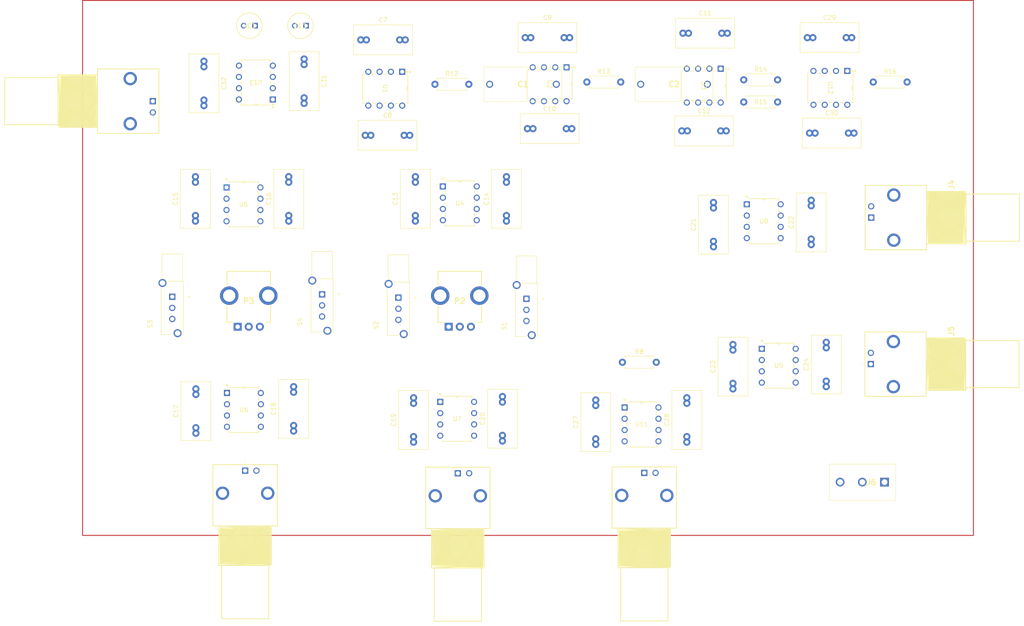
<source format=kicad_pcb>
(kicad_pcb (version 20241229) (generator "pcbnew") (generator_version "9.0")
  (layers (0 "F.Cu" signal) (2 "B.Cu" signal) (13 "F.Paste" user) (15 "B.Paste" user) (5 "F.SilkS" user "F.Silkscreen") (7 "B.SilkS" user "B.Silkscreen") (1 "F.Mask" user) (3 "B.Mask" user) (25 "Edge.Cuts" user))
  (net 0 "")
  (net 1 "Sum")
  (net 2 "V")
  (net 3 "x")
  (net 4 "Net-(U2-IN-)")
  (net 5 "GND")
  (net 6 "-15V")
  (net 7 "+15V")
  (net 10 "Net-(J2-SIGNAL)")
  (net 13 "Net-(J3-SIGNAL)")
  (net 16 "Net-(J4-SIGNAL)")
  (net 19 "Net-(J5-SIGNAL)")
  (net 22 "Net-(J7-SIGNAL)")
  (net 23 "Net-(P2-WIPER)")
  (net 24 "Net-(P2-CW)")
  (net 25 "Net-(P3-WIPER)")
  (net 26 "Net-(P3-CW)")
  (net 27 "VR4")
  (net 29 "Net-(J8-SIGNAL)")
  (net 31 "Net-(U3-IN-)")
  (net 32 "-x")
  (net 33 "Net-(U12-IN-)")
  (net 34 "Net-(U12-OUTPUT)")
  (net 35 "Net-(S1-Pad2)")
  (net 36 "Net-(S3-Pad1)")
  (net 37 "-V")
  (net 48 "Net-(U4-IN-)")
  (net 53 "Net-(U5-IN-)")
  (footprint "Resistor_THT:R_Axial_DIN0207_L6.3mm_D2.5mm_P7.62mm_Horizontal" (layer "F.Cu") (at 189.81 49.38)
    (property "Reference" "R15" (at 3.81 0 0) (layer "F.SilkS"))
    (property "Value" "10k")
    (pad "1" thru_hole circle (at 0 0) (size 1.6 1.6) (drill 0.8) (layers "*.Cu" "*.Mask") (net 33 "Net-(U12-IN-)"))
    (pad "2" thru_hole oval (at 7.62 0) (size 1.6 1.6) (drill 0.8) (layers "*.Cu" "*.Mask") (net 2 "V"))
  )
  (footprint "Capacitor_THT:C_Rect_L13.0mm_W6.5mm_P7.50mm_P10.00mm" (layer "F.Cu") (at 176.12 33.88)
    (property "Reference" "C11" (at 5 -4.5 0) (layer "F.SilkS"))
    (property "Value" "0.1uF")
    (pad "1" thru_hole circle (at 0 0) (size 1.6 1.6) (drill 0.8) (layers "*.Cu" "*.Mask") (net 6 "-15V"))
    (pad "1" thru_hole circle (at 1.25 0) (size 1.6 1.6) (drill 0.8) (layers "*.Cu" "*.Mask") (net 6 "-15V"))
    (pad "2" thru_hole circle (at 8.75 0) (size 1.6 1.6) (drill 0.8) (layers "*.Cu" "*.Mask") (net 5 "GND"))
    (pad "2" thru_hole circle (at 10 0) (size 1.6 1.6) (drill 0.8) (layers "*.Cu" "*.Mask") (net 5 "GND"))
  )
  (footprint "Capacitor_THT:C_Rect_L13.0mm_W6.5mm_P7.50mm_P10.00mm" (layer "F.Cu") (at 205 81.5 90)
    (property "Reference" "C22" (at 5 -4.5 90) (layer "F.SilkS"))
    (property "Value" "0.1uF")
    (pad "1" thru_hole circle (at 0 0 90) (size 1.6 1.6) (drill 0.8) (layers "*.Cu" "*.Mask") (net 5 "GND"))
    (pad "1" thru_hole circle (at 1.25 0 90) (size 1.6 1.6) (drill 0.8) (layers "*.Cu" "*.Mask") (net 5 "GND"))
    (pad "2" thru_hole circle (at 8.75 0 90) (size 1.6 1.6) (drill 0.8) (layers "*.Cu" "*.Mask") (net 7 "+15V"))
    (pad "2" thru_hole circle (at 10 0 90) (size 1.6 1.6) (drill 0.8) (layers "*.Cu" "*.Mask") (net 7 "+15V"))
  )
  (footprint "Capacitor_THT:C_Rect_L13.0mm_W6.5mm_P7.50mm_P10.00mm" (layer "F.Cu") (at 177 126 90)
    (property "Reference" "C28" (at 5 -4.5 90) (layer "F.SilkS"))
    (property "Value" "0.1uF")
    (pad "1" thru_hole circle (at 0 0 90) (size 1.6 1.6) (drill 0.8) (layers "*.Cu" "*.Mask") (net 5 "GND"))
    (pad "1" thru_hole circle (at 1.25 0 90) (size 1.6 1.6) (drill 0.8) (layers "*.Cu" "*.Mask") (net 5 "GND"))
    (pad "2" thru_hole circle (at 8.75 0 90) (size 1.6 1.6) (drill 0.8) (layers "*.Cu" "*.Mask") (net 7 "+15V"))
    (pad "2" thru_hole circle (at 10 0 90) (size 1.6 1.6) (drill 0.8) (layers "*.Cu" "*.Mask") (net 7 "+15V"))
  )
  (footprint "ECW-FD2W105J:ECWFD2W105J" (layer "F.Cu") (at 132.62 45.38)
    (property "Reference" "C1" (at 7.5 0 0) (layer "F.SilkS") (effects (font (size 1.27 1.27) (thickness 0.254))))
    (property "Value" "1uF" (hide yes))
    (pad "1" thru_hole circle (at 0 0) (size 1.575 1.575) (drill 1.05) (layers "*.Cu" "*.Mask") (net 1 "Sum"))
    (pad "2" thru_hole circle (at 15 0) (size 1.575 1.575) (drill 1.05) (layers "*.Cu" "*.Mask") (net 2 "V"))
  )
  (footprint "Capacitor_THT:C_Rect_L13.0mm_W6.5mm_P7.50mm_P10.00mm" (layer "F.Cu") (at 141.12 55.38)
    (property "Reference" "C10" (at 5 -4.5 0) (layer "F.SilkS"))
    (property "Value" "0.1uF")
    (pad "1" thru_hole circle (at 0 0) (size 1.6 1.6) (drill 0.8) (layers "*.Cu" "*.Mask") (net 5 "GND"))
    (pad "1" thru_hole circle (at 1.25 0) (size 1.6 1.6) (drill 0.8) (layers "*.Cu" "*.Mask") (net 5 "GND"))
    (pad "2" thru_hole circle (at 8.75 0) (size 1.6 1.6) (drill 0.8) (layers "*.Cu" "*.Mask") (net 7 "+15V"))
    (pad "2" thru_hole circle (at 10 0) (size 1.6 1.6) (drill 0.8) (layers "*.Cu" "*.Mask") (net 7 "+15V"))
  )
  (footprint "OPA134:P8" (layer "F.Cu") (at 76.19 41.19 180)
    (property "Reference" "U13" (at -3.81 -3.81 180) (layer "F.SilkS"))
    (property "Value" "OPA134PA")
    (fp_text user "*" (at -7.62 -9.0678 180) (layer "F.SilkS"))
    (fp_text user "*" (at -7.62 -9.0678 0) (layer "F.SilkS"))
    (pad "1" thru_hole rect (at -7.62 -7.62 180) (size 1.3716 1.3716) (drill 0.8636) (layers "*.Cu" "*.Mask"))
    (pad "2" thru_hole circle (at -7.62 -5.08 180) (size 1.3716 1.3716) (drill 0.8636) (layers "*.Cu" "*.Mask") (net 1 "Sum"))
    (pad "3" thru_hole circle (at -7.62 -2.54 180) (size 1.3716 1.3716) (drill 0.8636) (layers "*.Cu" "*.Mask") (net 29 "Net-(J8-SIGNAL)"))
    (pad "4" thru_hole circle (at -7.62 0 180) (size 1.3716 1.3716) (drill 0.8636) (layers "*.Cu" "*.Mask") (net 6 "-15V"))
    (pad "5" thru_hole circle (at 0 0 180) (size 1.3716 1.3716) (drill 0.8636) (layers "*.Cu" "*.Mask"))
    (pad "6" thru_hole circle (at 0 -2.54 180) (size 1.3716 1.3716) (drill 0.8636) (layers "*.Cu" "*.Mask") (net 1 "Sum"))
    (pad "7" thru_hole circle (at 0 -5.08 180) (size 1.3716 1.3716) (drill 0.8636) (layers "*.Cu" "*.Mask") (net 7 "+15V"))
    (pad "8" thru_hole circle (at 0 -7.62 180) (size 1.3716 1.3716) (drill 0.8636) (layers "*.Cu" "*.Mask"))
  )
  (footprint "OPA134:P8" (layer "F.Cu") (at 129.71 76.01)
    (property "Reference" "U4" (at -3.81 -3.81 0) (layer "F.SilkS"))
    (property "Value" "OPA134PA")
    (fp_text user "*" (at -7.62 -9.0678 0) (layer "F.SilkS"))
    (fp_text user "*" (at -7.62 -9.0678 0) (layer "F.SilkS"))
    (pad "1" thru_hole rect (at -7.62 -7.62) (size 1.3716 1.3716) (drill 0.8636) (layers "*.Cu" "*.Mask"))
    (pad "2" thru_hole circle (at -7.62 -5.08) (size 1.3716 1.3716) (drill 0.8636) (layers "*.Cu" "*.Mask") (net 48 "Net-(U4-IN-)"))
    (pad "3" thru_hole circle (at -7.62 -2.54) (size 1.3716 1.3716) (drill 0.8636) (layers "*.Cu" "*.Mask") (net 23 "Net-(P2-WIPER)"))
    (pad "4" thru_hole circle (at -7.62 0) (size 1.3716 1.3716) (drill 0.8636) (layers "*.Cu" "*.Mask") (net 6 "-15V"))
    (pad "5" thru_hole circle (at 0 0) (size 1.3716 1.3716) (drill 0.8636) (layers "*.Cu" "*.Mask"))
    (pad "6" thru_hole circle (at 0 -2.54) (size 1.3716 1.3716) (drill 0.8636) (layers "*.Cu" "*.Mask") (net 48 "Net-(U4-IN-)"))
    (pad "7" thru_hole circle (at 0 -5.08) (size 1.3716 1.3716) (drill 0.8636) (layers "*.Cu" "*.Mask") (net 7 "+15V"))
    (pad "8" thru_hole circle (at 0 -7.62) (size 1.3716 1.3716) (drill 0.8636) (layers "*.Cu" "*.Mask"))
  )
  (footprint "Capacitor_THT:C_Rect_L13.0mm_W6.5mm_P7.50mm_P10.00mm" (layer "F.Cu") (at 104.62 56.88)
    (property "Reference" "C8" (at 5 -4.5 0) (layer "F.SilkS"))
    (property "Value" "0.1uF")
    (pad "1" thru_hole circle (at 0 0) (size 1.6 1.6) (drill 0.8) (layers "*.Cu" "*.Mask") (net 5 "GND"))
    (pad "1" thru_hole circle (at 1.25 0) (size 1.6 1.6) (drill 0.8) (layers "*.Cu" "*.Mask") (net 5 "GND"))
    (pad "2" thru_hole circle (at 8.75 0) (size 1.6 1.6) (drill 0.8) (layers "*.Cu" "*.Mask") (net 7 "+15V"))
    (pad "2" thru_hole circle (at 10 0) (size 1.6 1.6) (drill 0.8) (layers "*.Cu" "*.Mask") (net 7 "+15V"))
  )
  (footprint "Capacitor_THT:C_Rect_L13.0mm_W6.5mm_P7.50mm_P10.00mm" (layer "F.Cu") (at 66.4 76.2 90)
    (property "Reference" "C15" (at 5 -4.5 90) (layer "F.SilkS"))
    (property "Value" "0.1uF")
    (pad "1" thru_hole circle (at 0 0 90) (size 1.6 1.6) (drill 0.8) (layers "*.Cu" "*.Mask") (net 6 "-15V"))
    (pad "1" thru_hole circle (at 1.25 0 90) (size 1.6 1.6) (drill 0.8) (layers "*.Cu" "*.Mask") (net 6 "-15V"))
    (pad "2" thru_hole circle (at 8.75 0 90) (size 1.6 1.6) (drill 0.8) (layers "*.Cu" "*.Mask") (net 5 "GND"))
    (pad "2" thru_hole circle (at 10 0 90) (size 1.6 1.6) (drill 0.8) (layers "*.Cu" "*.Mask") (net 5 "GND"))
  )
  (footprint "Capacitor_THT:C_Rect_L13.0mm_W6.5mm_P7.50mm_P10.00mm" (layer "F.Cu") (at 115.5 126 90)
    (property "Reference" "C19" (at 5 -4.5 90) (layer "F.SilkS"))
    (property "Value" "0.1uF")
    (pad "1" thru_hole circle (at 0 0 90) (size 1.6 1.6) (drill 0.8) (layers "*.Cu" "*.Mask") (net 6 "-15V"))
    (pad "1" thru_hole circle (at 1.25 0 90) (size 1.6 1.6) (drill 0.8) (layers "*.Cu" "*.Mask") (net 6 "-15V"))
    (pad "2" thru_hole circle (at 8.75 0 90) (size 1.6 1.6) (drill 0.8) (layers "*.Cu" "*.Mask") (net 5 "GND"))
    (pad "2" thru_hole circle (at 10 0 90) (size 1.6 1.6) (drill 0.8) (layers "*.Cu" "*.Mask") (net 5 "GND"))
  )
  (footprint "031-71052:03171052" (layer "F.Cu") (at 167.42 132.92 180)
    (property "Reference" "J7" (at 0 -16 0) (layer "F.SilkS") (effects (font (size 1.27 1.27) (thickness 0.254))))
    (property "Value" "031-71052" (hide yes))
    (pad "1" thru_hole rect (at 0 0 180) (size 1.4 1.4) (drill 0.9) (layers "*.Cu" "*.Mask") (net 22 "Net-(J7-SIGNAL)"))
    (pad "2" thru_hole circle (at -2.54 0 180) (size 1.4 1.4) (drill 0.9) (layers "*.Cu" "*.Mask") (net 5 "GND"))
    (pad "MH1" thru_hole circle (at 5.08 -5.08 180) (size 3 3) (drill 2) (layers "*.Cu" "*.Mask"))
    (pad "MH2" thru_hole circle (at -5.08 -5.08 180) (size 3 3) (drill 2) (layers "*.Cu" "*.Mask"))
  )
  (footprint "Capacitor_THT:C_Rect_L13.0mm_W6.5mm_P7.50mm_P10.00mm" (layer "F.Cu") (at 135.5 125.73 90)
    (property "Reference" "C20" (at 5 -4.5 90) (layer "F.SilkS"))
    (property "Value" "0.1uF")
    (pad "1" thru_hole circle (at 0 0 90) (size 1.6 1.6) (drill 0.8) (layers "*.Cu" "*.Mask") (net 5 "GND"))
    (pad "1" thru_hole circle (at 1.25 0 90) (size 1.6 1.6) (drill 0.8) (layers "*.Cu" "*.Mask") (net 5 "GND"))
    (pad "2" thru_hole circle (at 8.75 0 90) (size 1.6 1.6) (drill 0.8) (layers "*.Cu" "*.Mask") (net 7 "+15V"))
    (pad "2" thru_hole circle (at 10 0 90) (size 1.6 1.6) (drill 0.8) (layers "*.Cu" "*.Mask") (net 7 "+15V"))
  )
  (footprint "Capacitor_THT:C_Rect_L13.0mm_W6.5mm_P7.50mm_P10.00mm" (layer "F.Cu") (at 90.86 39.69 -90)
    (property "Reference" "C31" (at 5 -4.5 90) (layer "F.SilkS"))
    (property "Value" "0.1uF")
    (pad "1" thru_hole circle (at 0 0 270) (size 1.6 1.6) (drill 0.8) (layers "*.Cu" "*.Mask") (net 6 "-15V"))
    (pad "1" thru_hole circle (at 1.25 0 270) (size 1.6 1.6) (drill 0.8) (layers "*.Cu" "*.Mask") (net 6 "-15V"))
    (pad "2" thru_hole circle (at 8.75 0 270) (size 1.6 1.6) (drill 0.8) (layers "*.Cu" "*.Mask") (net 5 "GND"))
    (pad "2" thru_hole circle (at 10 0 270) (size 1.6 1.6) (drill 0.8) (layers "*.Cu" "*.Mask") (net 5 "GND"))
  )
  (footprint "Capacitor_THT:C_Rect_L13.0mm_W6.5mm_P7.50mm_P10.00mm" (layer "F.Cu") (at 136.4 76.2 90)
    (property "Reference" "C14" (at 5 -4.5 90) (layer "F.SilkS"))
    (property "Value" "0.1uF")
    (pad "1" thru_hole circle (at 0 0 90) (size 1.6 1.6) (drill 0.8) (layers "*.Cu" "*.Mask") (net 5 "GND"))
    (pad "1" thru_hole circle (at 1.25 0 90) (size 1.6 1.6) (drill 0.8) (layers "*.Cu" "*.Mask") (net 5 "GND"))
    (pad "2" thru_hole circle (at 8.75 0 90) (size 1.6 1.6) (drill 0.8) (layers "*.Cu" "*.Mask") (net 7 "+15V"))
    (pad "2" thru_hole circle (at 10 0 90) (size 1.6 1.6) (drill 0.8) (layers "*.Cu" "*.Mask") (net 7 "+15V"))
  )
  (footprint "OPA134:P8" (layer "F.Cu") (at 205.5 50 -90)
    (property "Reference" "U12" (at -3.81 -3.81 270) (layer "F.SilkS"))
    (property "Value" "OPA134PA")
    (fp_text user "*" (at -7.62 -9.0678 270) (layer "F.SilkS"))
    (fp_text user "*" (at -7.62 -9.0678 90) (layer "F.SilkS"))
    (pad "1" thru_hole rect (at -7.62 -7.62 270) (size 1.3716 1.3716) (drill 0.8636) (layers "*.Cu" "*.Mask"))
    (pad "2" thru_hole circle (at -7.62 -5.08 270) (size 1.3716 1.3716) (drill 0.8636) (layers "*.Cu" "*.Mask") (net 33 "Net-(U12-IN-)"))
    (pad "3" thru_hole circle (at -7.62 -2.54 270) (size 1.3716 1.3716) (drill 0.8636) (layers "*.Cu" "*.Mask") (net 5 "GND"))
    (pad "4" thru_hole circle (at -7.62 0 270) (size 1.3716 1.3716) (drill 0.8636) (layers "*.Cu" "*.Mask") (net 6 "-15V"))
    (pad "5" thru_hole circle (at 0 0 270) (size 1.3716 1.3716) (drill 0.8636) (layers "*.Cu" "*.Mask"))
    (pad "6" thru_hole circle (at 0 -2.54 270) (size 1.3716 1.3716) (drill 0.8636) (layers "*.Cu" "*.Mask") (net 34 "Net-(U12-OUTPUT)"))
    (pad "7" thru_hole circle (at 0 -5.08 270) (size 1.3716 1.3716) (drill 0.8636) (layers "*.Cu" "*.Mask") (net 7 "+15V"))
    (pad "8" thru_hole circle (at 0 -7.62 270) (size 1.3716 1.3716) (drill 0.8636) (layers "*.Cu" "*.Mask"))
  )
  (footprint "OPA134:P8" (layer "F.Cu") (at 81.12 122.54)
    (property "Reference" "U6" (at -3.81 -3.81 0) (layer "F.SilkS"))
    (property "Value" "OPA134PA")
    (fp_text user "*" (at -7.62 -9.0678 0) (layer "F.SilkS"))
    (fp_text user "*" (at -7.62 -9.0678 0) (layer "F.SilkS"))
    (pad "1" thru_hole rect (at -7.62 -7.62) (size 1.3716 1.3716) (drill 0.8636) (layers "*.Cu" "*.Mask"))
    (pad "2" thru_hole circle (at -7.62 -5.08) (size 1.3716 1.3716) (drill 0.8636) (layers "*.Cu" "*.Mask") (net 10 "Net-(J2-SIGNAL)"))
    (pad "3" thru_hole circle (at -7.62 -2.54) (size 1.3716 1.3716) (drill 0.8636) (layers "*.Cu" "*.Mask") (net 2 "V"))
    (pad "4" thru_hole circle (at -7.62 0) (size 1.3716 1.3716) (drill 0.8636) (layers "*.Cu" "*.Mask") (net 6 "-15V"))
    (pad "5" thru_hole circle (at 0 0) (size 1.3716 1.3716) (drill 0.8636) (layers "*.Cu" "*.Mask"))
    (pad "6" thru_hole circle (at 0 -2.54) (size 1.3716 1.3716) (drill 0.8636) (layers "*.Cu" "*.Mask") (net 10 "Net-(J2-SIGNAL)"))
    (pad "7" thru_hole circle (at 0 -5.08) (size 1.3716 1.3716) (drill 0.8636) (layers "*.Cu" "*.Mask") (net 7 "+15V"))
    (pad "8" thru_hole circle (at 0 -7.62) (size 1.3716 1.3716) (drill 0.8636) (layers "*.Cu" "*.Mask"))
  )
  (footprint "LIB_RK09D113F25C0B504:RK09D113F25C0B504" (layer "F.Cu") (at 123.4 100)
    (property "Reference" "P2" (at 2.5 -5.8 0) (layer "F.SilkS") (effects (font (size 1.27 1.27) (thickness 0.254))))
    (property "Value" "RK09D113F25C0B504" (hide yes))
    (pad "1" thru_hole rect (at 0 0) (size 1.8 1.8) (drill 1) (layers "*.Cu" "*.Mask") (net 5 "GND"))
    (pad "2" thru_hole circle (at 2.5 0) (size 1.8 1.8) (drill 1) (layers "*.Cu" "*.Mask") (net 23 "Net-(P2-WIPER)"))
    (pad "3" thru_hole circle (at 5 0) (size 1.8 1.8) (drill 1) (layers "*.Cu" "*.Mask") (net 24 "Net-(P2-CW)"))
    (pad "MH1" thru_hole circle (at -1.9 -7) (size 4.155 4.155) (drill 2.77) (layers "*.Cu" "*.Mask") (net 5 "GND"))
    (pad "MH2" thru_hole circle (at 6.9 -7) (size 4.155 4.155) (drill 2.77) (layers "*.Cu" "*.Mask") (net 5 "GND"))
  )
  (footprint "OPA134:P8" (layer "F.Cu") (at 201.5 112.58)
    (property "Reference" "U9" (at -3.81 -3.81 0) (layer "F.SilkS"))
    (property "Value" "OPA134PA")
    (fp_text user "*" (at -7.62 -9.0678 0) (layer "F.SilkS"))
    (fp_text user "*" (at -7.62 -9.0678 0) (layer "F.SilkS"))
    (pad "1" thru_hole rect (at -7.62 -7.62) (size 1.3716 1.3716) (drill 0.8636) (layers "*.Cu" "*.Mask"))
    (pad "2" thru_hole circle (at -7.62 -5.08) (size 1.3716 1.3716) (drill 0.8636) (layers "*.Cu" "*.Mask") (net 19 "Net-(J5-SIGNAL)"))
    (pad "3" thru_hole circle (at -7.62 -2.54) (size 1.3716 1.3716) (drill 0.8636) (layers "*.Cu" "*.Mask") (net 3 "x"))
    (pad "4" thru_hole circle (at -7.62 0) (size 1.3716 1.3716) (drill 0.8636) (layers "*.Cu" "*.Mask") (net 6 "-15V"))
    (pad "5" thru_hole circle (at 0 0) (size 1.3716 1.3716) (drill 0.8636) (layers "*.Cu" "*.Mask"))
    (pad "6" thru_hole circle (at 0 -2.54) (size 1.3716 1.3716) (drill 0.8636) (layers "*.Cu" "*.Mask") (net 19 "Net-(J5-SIGNAL)"))
    (pad "7" thru_hole circle (at 0 -5.08) (size 1.3716 1.3716) (drill 0.8636) (layers "*.Cu" "*.Mask") (net 7 "+15V"))
    (pad "8" thru_hole circle (at 0 -7.62) (size 1.3716 1.3716) (drill 0.8636) (layers "*.Cu" "*.Mask"))
  )
  (footprint "OPA134:P8" (layer "F.Cu") (at 177 49.5 -90)
    (property "Reference" "U3" (at -3.81 -3.81 270) (layer "F.SilkS"))
    (property "Value" "OPA134PA")
    (fp_text user "*" (at -7.62 -9.0678 270) (layer "F.SilkS"))
    (fp_text user "*" (at -7.62 -9.0678 90) (layer "F.SilkS"))
    (pad "1" thru_hole rect (at -7.62 -7.62 270) (size 1.3716 1.3716) (drill 0.8636) (layers "*.Cu" "*.Mask"))
    (pad "2" thru_hole circle (at -7.62 -5.08 270) (size 1.3716 1.3716) (drill 0.8636) (layers "*.Cu" "*.Mask") (net 31 "Net-(U3-IN-)"))
    (pad "3" thru_hole circle (at -7.62 -2.54 270) (size 1.3716 1.3716) (drill 0.8636) (layers "*.Cu" "*.Mask") (net 5 "GND"))
    (pad "4" thru_hole circle (at -7.62 0 270) (size 1.3716 1.3716) (drill 0.8636) (layers "*.Cu" "*.Mask") (net 6 "-15V"))
    (pad "5" thru_hole circle (at 0 0 270) (size 1.3716 1.3716) (drill 0.8636) (layers "*.Cu" "*.Mask"))
    (pad "6" thru_hole circle (at 0 -2.54 270) (size 1.3716 1.3716) (drill 0.8636) (layers "*.Cu" "*.Mask") (net 32 "-x"))
    (pad "7" thru_hole circle (at 0 -5.08 270) (size 1.3716 1.3716) (drill 0.8636) (layers "*.Cu" "*.Mask") (net 7 "+15V"))
    (pad "8" thru_hole circle (at 0 -7.62 270) (size 1.3716 1.3716) (drill 0.8636) (layers "*.Cu" "*.Mask"))
  )
  (footprint "Resistor_THT:R_Axial_DIN0207_L6.3mm_D2.5mm_P7.62mm_Horizontal" (layer "F.Cu") (at 154.5 44.88)
    (property "Reference" "R13" (at 3.81 -2.37 0) (layer "F.SilkS"))
    (property "Value" "10k")
    (pad "1" thru_hole circle (at 0 0) (size 1.6 1.6) (drill 0.8) (layers "*.Cu" "*.Mask") (net 31 "Net-(U3-IN-)"))
    (pad "2" thru_hole oval (at 7.62 0) (size 1.6 1.6) (drill 0.8) (layers "*.Cu" "*.Mask") (net 3 "x"))
  )
  (footprint "OPA134:P8" (layer "F.Cu") (at 198.12 80.04)
    (property "Reference" "U8" (at -3.81 -3.81 0) (layer "F.SilkS"))
    (property "Value" "OPA134PA")
    (fp_text user "*" (at -7.62 -9.0678 0) (layer "F.SilkS"))
    (fp_text user "*" (at -7.62 -9.0678 0) (layer "F.SilkS"))
    (pad "1" thru_hole rect (at -7.62 -7.62) (size 1.3716 1.3716) (drill 0.8636) (layers "*.Cu" "*.Mask"))
    (pad "2" thru_hole circle (at -7.62 -5.08) (size 1.3716 1.3716) (drill 0.8636) (layers "*.Cu" "*.Mask") (net 16 "Net-(J4-SIGNAL)"))
    (pad "3" thru_hole circle (at -7.62 -2.54) (size 1.3716 1.3716) (drill 0.8636) (layers "*.Cu" "*.Mask") (net 2 "V"))
    (pad "4" thru_hole circle (at -7.62 0) (size 1.3716 1.3716) (drill 0.8636) (layers "*.Cu" "*.Mask") (net 6 "-15V"))
    (pad "5" thru_hole circle (at 0 0) (size 1.3716 1.3716) (drill 0.8636) (layers "*.Cu" "*.Mask"))
    (pad "6" thru_hole circle (at 0 -2.54) (size 1.3716 1.3716) (drill 0.8636) (layers "*.Cu" "*.Mask") (net 16 "Net-(J4-SIGNAL)"))
    (pad "7" thru_hole circle (at 0 -5.08) (size 1.3716 1.3716) (drill 0.8636) (layers "*.Cu" "*.Mask") (net 7 "+15V"))
    (pad "8" thru_hole circle (at 0 -7.62) (size 1.3716 1.3716) (drill 0.8636) (layers "*.Cu" "*.Mask"))
  )
  (footprint "Capacitor_THT:C_Rect_L13.0mm_W6.5mm_P7.50mm_P10.00mm" (layer "F.Cu") (at 115.9 76.2 90)
    (property "Reference" "C13" (at 5 -4.5 90) (layer "F.SilkS"))
    (property "Value" "0.1uF")
    (pad "1" thru_hole circle (at 0 0 90) (size 1.6 1.6) (drill 0.8) (layers "*.Cu" "*.Mask") (net 6 "-15V"))
    (pad "1" thru_hole circle (at 1.25 0 90) (size 1.6 1.6) (drill 0.8) (layers "*.Cu" "*.Mask") (net 6 "-15V"))
    (pad "2" thru_hole circle (at 8.75 0 90) (size 1.6 1.6) (drill 0.8) (layers "*.Cu" "*.Mask") (net 5 "GND"))
    (pad "2" thru_hole circle (at 10 0 90) (size 1.6 1.6) (drill 0.8) (layers "*.Cu" "*.Mask") (net 5 "GND"))
  )
  (footprint "199D106X9016C1V1:CAP_199D-C1_VSS" (layer "F.Cu") (at 90.04 32.19 180)
    (property "Reference" "C33" (at 0 0 180) (layer "F.SilkS"))
    (property "Value" "CAP_199D-C1_VSS")
    (pad "1" thru_hole rect (at -1.27 0 180) (size 1.27 1.27) (drill 0.762) (layers "*.Cu" "*.Mask") (net 5 "GND"))
    (pad "2" thru_hole circle (at 1.27 0 180) (size 1.27 1.27) (drill 0.762) (layers "*.Cu" "*.Mask") (net 7 "+15V"))
  )
  (footprint "Capacitor_THT:C_Rect_L13.0mm_W6.5mm_P7.50mm_P10.00mm" (layer "F.Cu") (at 187.38 114 90)
    (property "Reference" "C23" (at 5 -4.5 90) (layer "F.SilkS"))
    (property "Value" "0.1uF")
    (pad "1" thru_hole circle (at 0 0 90) (size 1.6 1.6) (drill 0.8) (layers "*.Cu" "*.Mask") (net 6 "-15V"))
    (pad "1" thru_hole circle (at 1.25 0 90) (size 1.6 1.6) (drill 0.8) (layers "*.Cu" "*.Mask") (net 6 "-15V"))
    (pad "2" thru_hole circle (at 8.75 0 90) (size 1.6 1.6) (drill 0.8) (layers "*.Cu" "*.Mask") (net 5 "GND"))
    (pad "2" thru_hole circle (at 10 0 90) (size 1.6 1.6) (drill 0.8) (layers "*.Cu" "*.Mask") (net 5 "GND"))
  )
  (footprint "Capacitor_THT:C_Rect_L13.0mm_W6.5mm_P7.50mm_P10.00mm" (layer "F.Cu") (at 204.12 34.88)
    (property "Reference" "C29" (at 5 -4.5 0) (layer "F.SilkS"))
    (property "Value" "0.1uF")
    (pad "1" thru_hole circle (at 0 0) (size 1.6 1.6) (drill 0.8) (layers "*.Cu" "*.Mask") (net 6 "-15V"))
    (pad "1" thru_hole circle (at 1.25 0) (size 1.6 1.6) (drill 0.8) (layers "*.Cu" "*.Mask") (net 6 "-15V"))
    (pad "2" thru_hole circle (at 8.75 0) (size 1.6 1.6) (drill 0.8) (layers "*.Cu" "*.Mask") (net 5 "GND"))
    (pad "2" thru_hole circle (at 10 0) (size 1.6 1.6) (drill 0.8) (layers "*.Cu" "*.Mask") (net 5 "GND"))
  )
  (footprint "OPA134:P8" (layer "F.Cu") (at 105.31 50.19 -90)
    (property "Reference" "U1" (at -3.81 -3.81 270) (layer "F.SilkS"))
    (property "Value" "OPA134PA")
    (fp_text user "*" (at -7.62 -9.0678 270) (layer "F.SilkS"))
    (fp_text user "*" (at -7.62 -9.0678 90) (layer "F.SilkS"))
    (pad "1" thru_hole rect (at -7.62 -7.62 270) (size 1.3716 1.3716) (drill 0.8636) (layers "*.Cu" "*.Mask"))
    (pad "2" thru_hole circle (at -7.62 -5.08 270) (size 1.3716 1.3716) (drill 0.8636) (layers "*.Cu" "*.Mask") (net 1 "Sum"))
    (pad "3" thru_hole circle (at -7.62 -2.54 270) (size 1.3716 1.3716) (drill 0.8636) (layers "*.Cu" "*.Mask") (net 5 "GND"))
    (pad "4" thru_hole circle (at -7.62 0 270) (size 1.3716 1.3716) (drill 0.8636) (layers "*.Cu" "*.Mask") (net 6 "-15V"))
    (pad "5" thru_hole circle (at 0 0 270) (size 1.3716 1.3716) (drill 0.8636) (layers "*.Cu" "*.Mask"))
    (pad "6" thru_hole circle (at 0 -2.54 270) (size 1.3716 1.3716) (drill 0.8636) (layers "*.Cu" "*.Mask") (net 2 "V"))
    (pad "7" thru_hole circle (at 0 -5.08 270) (size 1.3716 1.3716) (drill 0.8636) (layers "*.Cu" "*.Mask") (net 7 "+15V"))
    (pad "8" thru_hole circle (at 0 -7.62 270) (size 1.3716 1.3716) (drill 0.8636) (layers "*.Cu" "*.Mask"))
  )
  (footprint "Resistor_THT:R_Axial_DIN0207_L6.3mm_D2.5mm_P7.62mm_Horizontal" (layer "F.Cu") (at 189.81 44.38)
    (property "Reference" "R14" (at 3.81 -2.37 0) (layer "F.SilkS"))
    (property "Value" "10k")
    (pad "1" thru_hole circle (at 0 0) (size 1.6 1.6) (drill 0.8) (layers "*.Cu" "*.Mask") (net 32 "-x"))
    (pad "2" thru_hole oval (at 7.62 0) (size 1.6 1.6) (drill 0.8) (layers "*.Cu" "*.Mask") (net 31 "Net-(U3-IN-)"))
  )
  (footprint "LC1258EENP:SW_LC1258EENP" (layer "F.Cu") (at 94.9 95.2 90)
    (property "Reference" "S4" (at -3.675 -4.985 90) (layer "F.SilkS"))
    (property "Value" "LC1258EENP")
    (pad "1" thru_hole rect (at 2.5 0 90) (size 1.408 1.408) (drill 0.9) (layers "*.Cu" "*.Mask") (net 37 "-V"))
    (pad "2" thru_hole circle (at 0 0 90) (size 1.408 1.408) (drill 0.9) (layers "*.Cu" "*.Mask") (net 36 "Net-(S3-Pad1)"))
    (pad "3" thru_hole circle (at -2.5 0 90) (size 1.408 1.408) (drill 0.9) (layers "*.Cu" "*.Mask") (net 2 "V"))
    (pad "SH1" thru_hole circle (at 5.6 -2.2 90) (size 1.8 1.8) (drill 1.2) (layers "*.Cu" "*.Mask"))
    (pad "SH2" thru_hole circle (at -5.7 1.2 90) (size 1.8 1.8) (drill 1.2) (layers "*.Cu" "*.Mask"))
  )
  (footprint "Capacitor_THT:C_Rect_L13.0mm_W6.5mm_P7.50mm_P10.00mm" (layer "F.Cu") (at 103.62 35.38)
    (property "Reference" "C7" (at 5 -4.5 0) (layer "F.SilkS"))
    (property "Value" "0.1uF")
    (pad "1" thru_hole circle (at 0 0) (size 1.6 1.6) (drill 0.8) (layers "*.Cu" "*.Mask") (net 6 "-15V"))
    (pad "1" thru_hole circle (at 1.25 0) (size 1.6 1.6) (drill 0.8) (layers "*.Cu" "*.Mask") (net 6 "-15V"))
    (pad "2" thru_hole circle (at 8.75 0) (size 1.6 1.6) (drill 0.8) (layers "*.Cu" "*.Mask") (net 5 "GND"))
    (pad "2" thru_hole circle (at 10 0) (size 1.6 1.6) (drill 0.8) (layers "*.Cu" "*.Mask") (net 5 "GND"))
  )
  (footprint "OPA134:P8" (layer "F.Cu") (at 170.62 125.81)
    (property "Reference" "U11" (at -3.81 -3.81 0) (layer "F.SilkS"))
    (property "Value" "OPA134PA")
    (fp_text user "*" (at -7.62 -9.0678 0) (layer "F.SilkS"))
    (fp_text user "*" (at -7.62 -9.0678 0) (layer "F.SilkS"))
    (pad "1" thru_hole rect (at -7.62 -7.62) (size 1.3716 1.3716) (drill 0.8636) (layers "*.Cu" "*.Mask"))
    (pad "2" thru_hole circle (at -7.62 -5.08) (size 1.3716 1.3716) (drill 0.8636) (layers "*.Cu" "*.Mask") (net 27 "VR4"))
    (pad "3" thru_hole circle (at -7.62 -2.54) (size 1.3716 1.3716) (drill 0.8636) (layers "*.Cu" "*.Mask") (net 22 "Net-(J7-SIGNAL)"))
    (pad "4" thru_hole circle (at -7.62 0) (size 1.3716 1.3716) (drill 0.8636) (layers "*.Cu" "*.Mask") (net 6 "-15V"))
    (pad "5" thru_hole circle (at 0 0) (size 1.3716 1.3716) (drill 0.8636) (layers "*.Cu" "*.Mask"))
    (pad "6" thru_hole circle (at 0 -2.54) (size 1.3716 1.3716) (drill 0.8636) (layers "*.Cu" "*.Mask") (net 27 "VR4"))
    (pad "7" thru_hole circle (at 0 -5.08) (size 1.3716 1.3716) (drill 0.8636) (layers "*.Cu" "*.Mask") (net 7 "+15V"))
    (pad "8" thru_hole circle (at 0 -7.62) (size 1.3716 1.3716) (drill 0.8636) (layers "*.Cu" "*.Mask"))
  )
  (footprint "031-71052:03171052" (layer "F.Cu") (at 218.5 75.42 -90)
    (property "Reference" "J4" (at -7.42 -18.08 90) (layer "F.SilkS") (effects (font (size 1.27 1.27) (thickness 0.254))))
    (property "Value" "031-71052" (hide yes))
    (pad "1" thru_hole rect (at 0 0 270) (size 1.4 1.4) (drill 0.9) (layers "*.Cu" "*.Mask") (net 16 "Net-(J4-SIGNAL)"))
    (pad "2" thru_hole circle (at -2.54 0 270) (size 1.4 1.4) (drill 0.9) (layers "*.Cu" "*.Mask") (net 5 "GND"))
    (pad "MH1" thru_hole circle (at 5.08 -5.08 270) (size 3 3) (drill 2) (layers "*.Cu" "*.Mask"))
    (pad "MH2" thru_hole circle (at -5.08 -5.08 270) (size 3 3) (drill 2) (layers "*.Cu" "*.Mask"))
  )
  (footprint "OPA134:P8" (layer "F.Cu") (at 81.02 76.24)
    (property "Reference" "U5" (at -3.81 -3.81 0) (layer "F.SilkS"))
    (property "Value" "OPA134PA")
    (fp_text user "*" (at -7.62 -9.0678 0) (layer "F.SilkS"))
    (fp_text user "*" (at -7.62 -9.0678 0) (layer "F.SilkS"))
    (pad "1" thru_hole rect (at -7.62 -7.62) (size 1.3716 1.3716) (drill 0.8636) (layers "*.Cu" "*.Mask"))
    (pad "2" thru_hole circle (at -7.62 -5.08) (size 1.3716 1.3716) (drill 0.8636) (layers "*.Cu" "*.Mask") (net 53 "Net-(U5-IN-)"))
    (pad "3" thru_hole circle (at -7.62 -2.54) (size 1.3716 1.3716) (drill 0.8636) (layers "*.Cu" "*.Mask") (net 25 "Net-(P3-WIPER)"))
    (pad "4" thru_hole circle (at -7.62 0) (size 1.3716 1.3716) (drill 0.8636) (layers "*.Cu" "*.Mask") (net 6 "-15V"))
    (pad "5" thru_hole circle (at 0 0) (size 1.3716 1.3716) (drill 0.8636) (layers "*.Cu" "*.Mask"))
    (pad "6" thru_hole circle (at 0 -2.54) (size 1.3716 1.3716) (drill 0.8636) (layers "*.Cu" "*.Mask") (net 53 "Net-(U5-IN-)"))
    (pad "7" thru_hole circle (at 0 -5.08) (size 1.3716 1.3716) (drill 0.8636) (layers "*.Cu" "*.Mask") (net 7 "+15V"))
    (pad "8" thru_hole circle (at 0 -7.62) (size 1.3716 1.3716) (drill 0.8636) (layers "*.Cu" "*.Mask"))
  )
  (footprint "031-71052:03171052" (layer "F.Cu") (at 218.42 108.42 -90)
    (property "Reference" "J5" (at -7.42 -18.08 90) (layer "F.SilkS") (effects (font (size 1.27 1.27) (thickness 0.254))))
    (property "Value" "031-71052" (hide yes))
    (pad "1" thru_hole rect (at 0 0 270) (size 1.4 1.4) (drill 0.9) (layers "*.Cu" "*.Mask") (net 19 "Net-(J5-SIGNAL)"))
    (pad "2" thru_hole circle (at -2.54 0 270) (size 1.4 1.4) (drill 0.9) (layers "*.Cu" "*.Mask") (net 5 "GND"))
    (pad "MH1" thru_hole circle (at 5.08 -5.08 270) (size 3 3) (drill 2) (layers "*.Cu" "*.Mask"))
    (pad "MH2" thru_hole circle (at -5.08 -5.08 270) (size 3 3) (drill 2) (layers "*.Cu" "*.Mask"))
  )
  (footprint "031-71052:03171052" (layer "F.Cu") (at 125.46 133 180)
    (property "Reference" "J3" (at 0 -16 0) (layer "F.SilkS") (effects (font (size 1.27 1.27) (thickness 0.254))))
    (property "Value" "031-71052" (hide yes))
    (pad "1" thru_hole rect (at 0 0 180) (size 1.4 1.4) (drill 0.9) (layers "*.Cu" "*.Mask") (net 13 "Net-(J3-SIGNAL)"))
    (pad "2" thru_hole circle (at -2.54 0 180) (size 1.4 1.4) (drill 0.9) (layers "*.Cu" "*.Mask") (net 5 "GND"))
    (pad "MH1" thru_hole circle (at 5.08 -5.08 180) (size 3 3) (drill 2) (layers "*.Cu" "*.Mask"))
    (pad "MH2" thru_hole circle (at -5.08 -5.08 180) (size 3 3) (drill 2) (layers "*.Cu" "*.Mask"))
  )
  (footprint "Resistor_THT:R_Axial_DIN0207_L6.3mm_D2.5mm_P7.62mm_Horizontal" (layer "F.Cu") (at 218.96 44.88)
    (property "Reference" "R16" (at 3.81 -2.37 0) (layer "F.SilkS"))
    (property "Value" "10k")
    (pad "1" thru_hole circle (at 0 0) (size 1.6 1.6) (drill 0.8) (layers "*.Cu" "*.Mask") (net 34 "Net-(U12-OUTPUT)"))
    (pad "2" thru_hole oval (at 7.62 0) (size 1.6 1.6) (drill 0.8) (layers "*.Cu" "*.Mask") (net 33 "Net-(U12-IN-)"))
  )
  (footprint "OPA134:P8" (layer "F.Cu") (at 129.12 124.54)
    (property "Reference" "U7" (at -3.81 -3.81 0) (layer "F.SilkS"))
    (property "Value" "OPA134PA")
    (fp_text user "*" (at -7.62 -9.0678 0) (layer "F.SilkS"))
    (fp_text user "*" (at -7.62 -9.0678 0) (layer "F.SilkS"))
    (pad "1" thru_hole rect (at -7.62 -7.62) (size 1.3716 1.3716) (drill 0.8636) (layers "*.Cu" "*.Mask"))
    (pad "2" thru_hole circle (at -7.62 -5.08) (size 1.3716 1.3716) (drill 0.8636) (layers "*.Cu" "*.Mask") (net 13 "Net-(J3-SIGNAL)"))
    (pad "3" thru_hole circle (at -7.62 -2.54) (size 1.3716 1.3716) (drill 0.8636) (layers "*.Cu" "*.Mask") (net 3 "x"))
    (pad "4" thru_hole circle (at -7.62 0) (size 1.3716 1.3716) (drill 0.8636) (layers "*.Cu" "*.Mask") (net 6 "-15V"))
    (pad "5" thru_hole circle (at 0 0) (size 1.3716 1.3716) (drill 0.8636) (layers "*.Cu" "*.Mask"))
    (pad "6" thru_hole circle (at 0 -2.54) (size 1.3716 1.3716) (drill 0.8636) (layers "*.Cu" "*.Mask") (net 13 "Net-(J3-SIGNAL)"))
    (pad "7" thru_hole circle (at 0 -5.08) (size 1.3716 1.3716) (drill 0.8636) (layers "*.Cu" "*.Mask") (net 7 "+15V"))
    (pad "8" thru_hole circle (at 0 -7.62) (size 1.3716 1.3716) (drill 0.8636) (layers "*.Cu" "*.Mask"))
  )
  (footprint "Capacitor_THT:C_Rect_L13.0mm_W6.5mm_P7.50mm_P10.00mm" (layer "F.Cu") (at 183 82 90)
    (property "Reference" "C21" (at 5 -4.5 90) (layer "F.SilkS"))
    (property "Value" "0.1uF")
    (pad "1" thru_hole circle (at 0 0 90) (size 1.6 1.6) (drill 0.8) (layers "*.Cu" "*.Mask") (net 6 "-15V"))
    (pad "1" thru_hole circle (at 1.25 0 90) (size 1.6 1.6) (drill 0.8) (layers "*.Cu" "*.Mask") (net 6 "-15V"))
    (pad "2" thru_hole circle (at 8.75 0 90) (size 1.6 1.6) (drill 0.8) (layers "*.Cu" "*.Mask") (net 5 "GND"))
    (pad "2" thru_hole circle (at 10 0 90) (size 1.6 1.6) (drill 0.8) (layers "*.Cu" "*.Mask") (net 5 "GND"))
  )
  (footprint "5442183:5442183" (layer "F.Cu") (at 221.5 135 180)
    (property "Reference" "J6" (at 2.975 -0.025 0) (layer "F.SilkS") (effects (font (size 1.27 1.27) (thickness 0.254))))
    (property "Value" "5442183" (hide yes))
    (pad "1" thru_hole rect (at 0 0 180) (size 1.95 1.95) (drill 1.3) (layers "*.Cu" "*.Mask") (net 7 "+15V"))
    (pad "2" thru_hole circle (at 5 0 180) (size 1.95 1.95) (drill 1.3) (layers "*.Cu" "*.Mask") (net 5 "GND"))
    (pad "3" thru_hole circle (at 10 0 180) (size 1.95 1.95) (drill 1.3) (layers "*.Cu" "*.Mask") (net 6 "-15V"))
  )
  (footprint "Resistor_THT:R_Axial_DIN0207_L6.3mm_D2.5mm_P7.62mm_Horizontal" (layer "F.Cu") (at 120.31 45.38)
    (property "Reference" "R12" (at 3.81 -2.37 0) (layer "F.SilkS"))
    (property "Value" "1k")
    (pad "1" thru_hole circle (at 0 0) (size 1.6 1.6) (drill 0.8) (layers "*.Cu" "*.Mask") (net 4 "Net-(U2-IN-)"))
    (pad "2" thru_hole oval (at 7.62 0) (size 1.6 1.6) (drill 0.8) (layers "*.Cu" "*.Mask") (net 2 "V"))
  )
  (footprint "LIB_RK09D113F25C0B504:RK09D113F25C0B504" (layer "F.Cu") (at 75.9 100)
    (property "Reference" "P3" (at 2.5 -5.8 0) (layer "F.SilkS") (effects (font (size 1.27 1.27) (thickness 0.254))))
    (property "Value" "RK09D113F25C0B504" (hide yes))
    (pad "1" thru_hole rect (at 0 0) (size 1.8 1.8) (drill 1) (layers "*.Cu" "*.Mask") (net 5 "GND"))
    (pad "2" thru_hole circle (at 2.5 0) (size 1.8 1.8) (drill 1) (layers "*.Cu" "*.Mask") (net 25 "Net-(P3-WIPER)"))
    (pad "3" thru_hole circle (at 5 0) (size 1.8 1.8) (drill 1) (layers "*.Cu" "*.Mask") (net 26 "Net-(P3-CW)"))
    (pad "MH1" thru_hole circle (at -1.9 -7) (size 4.155 4.155) (drill 2.77) (layers "*.Cu" "*.Mask") (net 5 "GND"))
    (pad "MH2" thru_hole circle (at 6.9 -7) (size 4.155 4.155) (drill 2.77) (layers "*.Cu" "*.Mask") (net 5 "GND"))
  )
  (footprint "OPA134:P8" (layer "F.Cu") (at 142.31 49.19 -90)
    (property "Reference" "U2" (at -3.81 -3.81 270) (layer "F.SilkS"))
    (property "Value" "OPA134PA")
    (fp_text user "*" (at -7.62 -9.0678 90) (layer "F.SilkS"))
    (fp_text user "*" (at -7.62 -9.0678 270) (layer "F.SilkS"))
    (pad "1" thru_hole rect (at -7.62 -7.62 270) (size 1.3716 1.3716) (drill 0.8636) (layers "*.Cu" "*.Mask"))
    (pad "2" thru_hole circle (at -7.62 -5.08 270) (size 1.3716 1.3716) (drill 0.8636) (layers "*.Cu" "*.Mask") (net 4 "Net-(U2-IN-)"))
    (pad "3" thru_hole circle (at -7.62 -2.54 270) (size 1.3716 1.3716) (drill 0.8636) (layers "*.Cu" "*.Mask") (net 5 "GND"))
    (pad "4" thru_hole circle (at -7.62 0 270) (size 1.3716 1.3716) (drill 0.8636) (layers "*.Cu" "*.Mask") (net 6 "-15V"))
    (pad "5" thru_hole circle (at 0 0 270) (size 1.3716 1.3716) (drill 0.8636) (layers "*.Cu" "*.Mask"))
    (pad "6" thru_hole circle (at 0 -2.54 270) (size 1.3716 1.3716) (drill 0.8636) (layers "*.Cu" "*.Mask") (net 3 "x"))
    (pad "7" thru_hole circle (at 0 -5.08 270) (size 1.3716 1.3716) (drill 0.8636) (layers "*.Cu" "*.Mask") (net 7 "+15V"))
    (pad "8" thru_hole circle (at 0 -7.62 270) (size 1.3716 1.3716) (drill 0.8636) (layers "*.Cu" "*.Mask"))
  )
  (footprint "031-71052:03171052" (layer "F.Cu") (at 77.58 132.42 180)
    (property "Reference" "J2" (at 0 -16 0) (layer "F.SilkS") (effects (font (size 1.27 1.27) (thickness 0.254))))
    (property "Value" "031-71052" (hide yes))
    (pad "1" thru_hole rect (at 0 0 180) (size 1.4 1.4) (drill 0.9) (layers "*.Cu" "*.Mask") (net 10 "Net-(J2-SIGNAL)"))
    (pad "2" thru_hole circle (at -2.54 0 180) (size 1.4 1.4) (drill 0.9) (layers "*.Cu" "*.Mask") (net 5 "GND"))
    (pad "MH1" thru_hole circle (at 5.08 -5.08 180) (size 3 3) (drill 2) (layers "*.Cu" "*.Mask"))
    (pad "MH2" thru_hole circle (at -5.08 -5.08 180) (size 3 3) (drill 2) (layers "*.Cu" "*.Mask"))
  )
  (footprint "031-71052:03171052" (layer "F.Cu") (at 56.81 49.19 90)
    (property "Reference" "J8" (at 0 -16 90) (layer "F.SilkS") (effects (font (size 1.27 1.27) (thickness 0.254))))
    (property "Value" "031-71052" (hide yes))
    (pad "1" thru_hole rect (at 0 0 90) (size 1.4 1.4) (drill 0.9) (layers "*.Cu" "*.Mask") (net 29 "Net-(J8-SIGNAL)"))
    (pad "2" thru_hole circle (at -2.54 0 90) (size 1.4 1.4) (drill 0.9) (layers "*.Cu" "*.Mask") (net 5 "GND"))
    (pad "MH1" thru_hole circle (at 5.08 -5.08 90) (size 3 3) (drill 2) (layers "*.Cu" "*.Mask"))
    (pad "MH2" thru_hole circle (at -5.08 -5.08 90) (size 3 3) (drill 2) (layers "*.Cu" "*.Mask"))
  )
  (footprint "Capacitor_THT:C_Rect_L13.0mm_W6.5mm_P7.50mm_P10.00mm" (layer "F.Cu") (at 156.5 126.5 90)
    (property "Reference" "C27" (at 5 -4.5 90) (layer "F.SilkS"))
    (property "Value" "0.1uF")
    (pad "1" thru_hole circle (at 0 0 90) (size 1.6 1.6) (drill 0.8) (layers "*.Cu" "*.Mask") (net 6 "-15V"))
    (pad "1" thru_hole circle (at 1.25 0 90) (size 1.6 1.6) (drill 0.8) (layers "*.Cu" "*.Mask") (net 6 "-15V"))
    (pad "2" thru_hole circle (at 8.75 0 90) (size 1.6 1.6) (drill 0.8) (layers "*.Cu" "*.Mask") (net 5 "GND"))
    (pad "2" thru_hole circle (at 10 0 90) (size 1.6 1.6) (drill 0.8) (layers "*.Cu" "*.Mask") (net 5 "GND"))
  )
  (footprint "Capacitor_THT:C_Rect_L13.0mm_W6.5mm_P7.50mm_P10.00mm" (layer "F.Cu") (at 140.62 34.88)
    (property "Reference" "C9" (at 5 -4.5 0) (layer "F.SilkS"))
    (property "Value" "0.1uF")
    (pad "1" thru_hole circle (at 0 0) (size 1.6 1.6) (drill 0.8) (layers "*.Cu" "*.Mask") (net 6 "-15V"))
    (pad "1" thru_hole circle (at 1.25 0) (size 1.6 1.6) (drill 0.8) (layers "*.Cu" "*.Mask") (net 6 "-15V"))
    (pad "2" thru_hole circle (at 8.75 0) (size 1.6 1.6) (drill 0.8) (layers "*.Cu" "*.Mask") (net 5 "GND"))
    (pad "2" thru_hole circle (at 10 0) (size 1.6 1.6) (drill 0.8) (layers "*.Cu" "*.Mask") (net 5 "GND"))
  )
  (footprint "Capacitor_THT:C_Rect_L13.0mm_W6.5mm_P7.50mm_P10.00mm" (layer "F.Cu") (at 68.31 40.19 -90)
    (property "Reference" "C32" (at 5 -4.5 90) (layer "F.SilkS"))
    (property "Value" "0.1uF")
    (pad "1" thru_hole circle (at 0 0 270) (size 1.6 1.6) (drill 0.8) (layers "*.Cu" "*.Mask") (net 5 "GND"))
    (pad "1" thru_hole circle (at 1.25 0 270) (size 1.6 1.6) (drill 0.8) (layers "*.Cu" "*.Mask") (net 5 "GND"))
    (pad "2" thru_hole circle (at 8.75 0 270) (size 1.6 1.6) (drill 0.8) (layers "*.Cu" "*.Mask") (net 7 "+15V"))
    (pad "2" thru_hole circle (at 10 0 270) (size 1.6 1.6) (drill 0.8) (layers "*.Cu" "*.Mask") (net 7 "+15V"))
  )
  (footprint "Resistor_THT:R_Axial_DIN0207_L6.3mm_D2.5mm_P7.62mm_Horizontal" (layer "F.Cu") (at 162.5 108)
    (property "Reference" "R8" (at 3.81 -2.37 0) (layer "F.SilkS"))
    (property "Value" "100k")
    (pad "1" thru_hole circle (at 0 0) (size 1.6 1.6) (drill 0.8) (layers "*.Cu" "*.Mask") (net 1 "Sum"))
    (pad "2" thru_hole oval (at 7.62 0) (size 1.6 1.6) (drill 0.8) (layers "*.Cu" "*.Mask") (net 27 "VR4"))
  )
  (footprint "Capacitor_THT:C_Rect_L13.0mm_W6.5mm_P7.50mm_P10.00mm" (layer "F.Cu") (at 88.5 123.5 90)
    (property "Reference" "C18" (at 5 -4.5 90) (layer "F.SilkS"))
    (property "Value" "0.1uF")
    (pad "1" thru_hole circle (at 0 0 90) (size 1.6 1.6) (drill 0.8) (layers "*.Cu" "*.Mask") (net 5 "GND"))
    (pad "1" thru_hole circle (at 1.25 0 90) (size 1.6 1.6) (drill 0.8) (layers "*.Cu" "*.Mask") (net 5 "GND"))
    (pad "2" thru_hole circle (at 8.75 0 90) (size 1.6 1.6) (drill 0.8) (layers "*.Cu" "*.Mask") (net 7 "+15V"))
    (pad "2" thru_hole circle (at 10 0 90) (size 1.6 1.6) (drill 0.8) (layers "*.Cu" "*.Mask") (net 7 "+15V"))
  )
  (footprint "LC1258EENP:SW_LC1258EENP" (layer "F.Cu") (at 61.1825 95.75 90)
    (property "Reference" "S3" (at -3.675 -4.985 90) (layer "F.SilkS"))
    (property "Value" "LC1258EENP")
    (pad "1" thru_hole rect (at 2.5 0 90) (size 1.408 1.408) (drill 0.9) (layers "*.Cu" "*.Mask") (net 36 "Net-(S3-Pad1)"))
    (pad "2" thru_hole circle (at 0 0 90) (size 1.408 1.408) (drill 0.9) (layers "*.Cu" "*.Mask") (net 26 "Net-(P3-CW)"))
    (pad "3" thru_hole circle (at -2.5 0 90) (size 1.408 1.408) (drill 0.9) (layers "*.Cu" "*.Mask") (net 7 "+15V"))
    (pad "SH1" thru_hole circle (at 5.6 -2.2 90) (size 1.8 1.8) (drill 1.2) (layers "*.Cu" "*.Mask"))
    (pad "SH2" thru_hole circle (at -5.7 1.2 90) (size 1.8 1.8) (drill 1.2) (layers "*.Cu" "*.Mask"))
  )
  (footprint "Capacitor_THT:C_Rect_L13.0mm_W6.5mm_P7.50mm_P10.00mm" (layer "F.Cu") (at 175.87 55.88)
    (property "Reference" "C12" (at 5 -4.5 0) (layer "F.SilkS"))
    (property "Value" "0.1uF")
    (pad "1" thru_hole circle (at 0 0) (size 1.6 1.6) (drill 0.8) (layers "*.Cu" "*.Mask") (net 5 "GND"))
    (pad "1" thru_hole circle (at 1.25 0) (size 1.6 1.6) (drill 0.8) (layers "*.Cu" "*.Mask") (net 5 "GND"))
    (pad "2" thru_hole circle (at 8.75 0) (size 1.6 1.6) (drill 0.8) (layers "*.Cu" "*.Mask") (net 7 "+15V"))
    (pad "2" thru_hole circle (at 10 0) (size 1.6 1.6) (drill 0.8) (layers "*.Cu" "*.Mask") (net 7 "+15V"))
  )
  (footprint "Capacitor_THT:C_Rect_L13.0mm_W6.5mm_P7.50mm_P10.00mm" (layer "F.Cu") (at 87.4 76.2 90)
    (property "Reference" "C16" (at 5 -4.5 90) (layer "F.SilkS"))
    (property "Value" "0.1uF")
    (pad "1" thru_hole circle (at 0 0 90) (size 1.6 1.6) (drill 0.8) (layers "*.Cu" "*.Mask") (net 5 "GND"))
    (pad "1" thru_hole circle (at 1.25 0 90) (size 1.6 1.6) (drill 0.8) (layers "*.Cu" "*.Mask") (net 5 "GND"))
    (pad "2" thru_hole circle (at 8.75 0 90) (size 1.6 1.6) (drill 0.8) (layers "*.Cu" "*.Mask") (net 7 "+15V"))
    (pad "2" thru_hole circle (at 10 0 90) (size 1.6 1.6) (drill 0.8) (layers "*.Cu" "*.Mask") (net 7 "+15V"))
  )
  (footprint "LC1258EENP:SW_LC1258EENP" (layer "F.Cu") (at 140.9 96.2 90)
    (property "Reference" "S1" (at -3.675 -4.985 90) (layer "F.SilkS"))
    (property "Value" "LC1258EENP")
    (pad "1" thru_hole rect (at 2.5 0 90) (size 1.408 1.408) (drill 0.9) (layers "*.Cu" "*.Mask") (net 32 "-x"))
    (pad "2" thru_hole circle (at 0 0 90) (size 1.408 1.408) (drill 0.9) (layers "*.Cu" "*.Mask") (net 35 "Net-(S1-Pad2)"))
    (pad "3" thru_hole circle (at -2.5 0 90) (size 1.408 1.408) (drill 0.9) (layers "*.Cu" "*.Mask") (net 3 "x"))
    (pad "SH1" thru_hole circle (at 5.6 -2.2 90) (size 1.8 1.8) (drill 1.2) (layers "*.Cu" "*.Mask"))
    (pad "SH2" thru_hole circle (at -5.7 1.2 90) (size 1.8 1.8) (drill 1.2) (layers "*.Cu" "*.Mask"))
  )
  (footprint "ECW-FD2W105J:ECWFD2W105J" (layer "F.Cu") (at 166.62 45.38)
    (property "Reference" "C2" (at 7.5 0 0) (layer "F.SilkS") (effects (font (size 1.27 1.27) (thickness 0.254))))
    (property "Value" "1uF" (hide yes))
    (pad "1" thru_hole circle (at 0 0) (size 1.575 1.575) (drill 1.05) (layers "*.Cu" "*.Mask") (net 4 "Net-(U2-IN-)"))
    (pad "2" thru_hole circle (at 15 0) (size 1.575 1.575) (drill 1.05) (layers "*.Cu" "*.Mask") (net 3 "x"))
  )
  (footprint "199D106X9016C1V1:CAP_199D-C1_VSS" (layer "F.Cu") (at 78.54 32.19 180)
    (property "Reference" "C34" (at 0 0 180) (layer "F.SilkS"))
    (property "Value" "CAP_199D-C1_VSS")
    (pad "1" thru_hole rect (at -1.27 0 180) (size 1.27 1.27) (drill 0.762) (layers "*.Cu" "*.Mask") (net 6 "-15V"))
    (pad "2" thru_hole circle (at 1.27 0 180) (size 1.27 1.27) (drill 0.762) (layers "*.Cu" "*.Mask") (net 5 "GND"))
  )
  (footprint "Capacitor_THT:C_Rect_L13.0mm_W6.5mm_P7.50mm_P10.00mm" (layer "F.Cu") (at 204.62 56.38)
    (property "Reference" "C30" (at 5 -4.5 0) (layer "F.SilkS"))
    (property "Value" "0.1uF")
    (pad "1" thru_hole circle (at 0 0) (size 1.6 1.6) (drill 0.8) (layers "*.Cu" "*.Mask") (net 5 "GND"))
    (pad "1" thru_hole circle (at 1.25 0) (size 1.6 1.6) (drill 0.8) (layers "*.Cu" "*.Mask") (net 5 "GND"))
    (pad "2" thru_hole circle (at 8.75 0) (size 1.6 1.6) (drill 0.8) (layers "*.Cu" "*.Mask") (net 7 "+15V"))
    (pad "2" thru_hole circle (at 10 0) (size 1.6 1.6) (drill 0.8) (layers "*.Cu" "*.Mask") (net 7 "+15V"))
  )
  (footprint "Capacitor_THT:C_Rect_L13.0mm_W6.5mm_P7.50mm_P10.00mm" (layer "F.Cu") (at 66.5 124 90)
    (property "Reference" "C17" (at 5 -4.5 90) (layer "F.SilkS"))
    (property "Value" "0.1uF")
    (pad "1" thru_hole circle (at 0 0 90) (size 1.6 1.6) (drill 0.8) (layers "*.Cu" "*.Mask") (net 6 "-15V"))
    (pad "1" thru_hole circle (at 1.25 0 90) (size 1.6 1.6) (drill 0.8) (layers "*.Cu" "*.Mask") (net 6 "-15V"))
    (pad "2" thru_hole circle (at 8.75 0 90) (size 1.6 1.6) (drill 0.8) (layers "*.Cu" "*.Mask") (net 5 "GND"))
    (pad "2" thru_hole circle (at 10 0 90) (size 1.6 1.6) (drill 0.8) (layers "*.Cu" "*.Mask") (net 5 "GND"))
  )
  (footprint "LC1258EENP:SW_LC1258EENP" (layer "F.Cu") (at 112.0825 95.95 90)
    (property "Reference" "S2" (at -3.675 -4.985 90) (layer "F.SilkS"))
    (property "Value" "LC1258EENP")
    (pad "1" thru_hole rect (at 2.5 0 90) (size 1.408 1.408) (drill 0.9) (layers "*.Cu" "*.Mask") (net 35 "Net-(S1-Pad2)"))
    (pad "2" thru_hole circle (at 0 0 90) (size 1.408 1.408) (drill 0.9) (layers "*.Cu" "*.Mask") (net 24 "Net-(P2-CW)"))
    (pad "3" thru_hole circle (at -2.5 0 90) (size 1.408 1.408) (drill 0.9) (layers "*.Cu" "*.Mask") (net 7 "+15V"))
    (pad "SH1" thru_hole circle (at 5.6 -2.2 90) (size 1.8 1.8) (drill 1.2) (layers "*.Cu" "*.Mask"))
    (pad "SH2" thru_hole circle (at -5.7 1.2 90) (size 1.8 1.8) (drill 1.2) (layers "*.Cu" "*.Mask"))
  )
  (footprint "Capacitor_THT:C_Rect_L13.0mm_W6.5mm_P7.50mm_P10.00mm" (layer "F.Cu") (at 208.38 113.5 90)
    (property "Reference" "C24" (at 5 -4.5 90) (layer "F.SilkS"))
    (property "Value" "0.1uF")
    (pad "1" thru_hole circle (at 0 0 90) (size 1.6 1.6) (drill 0.8) (layers "*.Cu" "*.Mask") (net 5 "GND"))
    (pad "1" thru_hole circle (at 1.25 0 90) (size 1.6 1.6) (drill 0.8) (layers "*.Cu" "*.Mask") (net 5 "GND"))
    (pad "2" thru_hole circle (at 8.75 0 90) (size 1.6 1.6) (drill 0.8) (layers "*.Cu" "*.Mask") (net 7 "+15V"))
    (pad "2" thru_hole circle (at 10 0 90) (size 1.6 1.6) (drill 0.8) (layers "*.Cu" "*.Mask") (net 7 "+15V"))
  )
  (gr_rect (start 41 26.5) (end 241.5 147) (stroke (width 0.2)) (fill no) (layer "F.Cu") (net 7))
)
</source>
